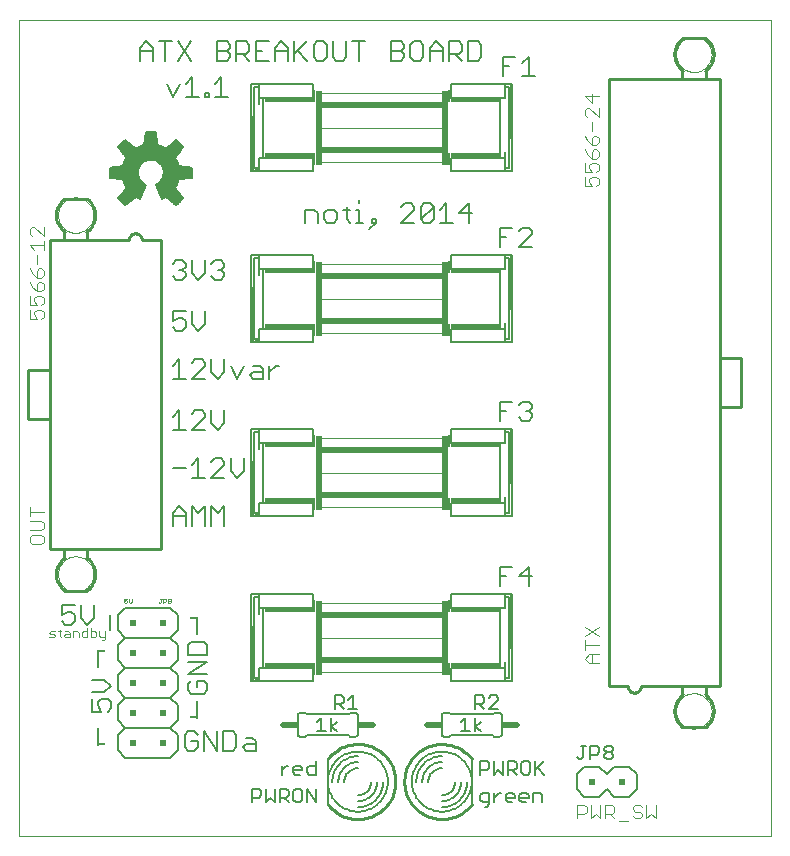
<source format=gto>
G75*
G70*
%OFA0B0*%
%FSLAX24Y24*%
%IPPOS*%
%LPD*%
%AMOC8*
5,1,8,0,0,1.08239X$1,22.5*
%
%ADD10C,0.0000*%
%ADD11C,0.0060*%
%ADD12R,0.0100X0.0600*%
%ADD13R,0.0300X0.0100*%
%ADD14C,0.0030*%
%ADD15C,0.0100*%
%ADD16C,0.0040*%
%ADD17C,0.0020*%
%ADD18R,0.4000X0.0200*%
%ADD19R,0.0200X0.2500*%
%ADD20R,0.0100X0.1800*%
%ADD21R,0.0150X0.0100*%
%ADD22R,0.0100X0.0400*%
%ADD23R,0.0100X0.2000*%
%ADD24R,0.1600X0.0150*%
%ADD25C,0.0070*%
%ADD26C,0.0080*%
%ADD27C,0.0050*%
%ADD28C,0.0200*%
%ADD29R,0.0150X0.0200*%
%ADD30R,0.0200X0.0200*%
%ADD31C,0.0059*%
%ADD32C,0.0010*%
D10*
X000100Y000100D02*
X000100Y027296D01*
X025170Y027296D01*
X025170Y000100D01*
X000100Y000100D01*
X001407Y008816D02*
X001409Y008864D01*
X001415Y008912D01*
X001425Y008959D01*
X001438Y009005D01*
X001456Y009050D01*
X001476Y009094D01*
X001501Y009136D01*
X001529Y009175D01*
X001559Y009212D01*
X001593Y009246D01*
X001630Y009278D01*
X001668Y009307D01*
X001709Y009332D01*
X001752Y009354D01*
X001797Y009372D01*
X001843Y009386D01*
X001890Y009397D01*
X001938Y009404D01*
X001986Y009407D01*
X002034Y009406D01*
X002082Y009401D01*
X002130Y009392D01*
X002176Y009380D01*
X002221Y009363D01*
X002265Y009343D01*
X002307Y009320D01*
X002347Y009293D01*
X002385Y009263D01*
X002420Y009230D01*
X002452Y009194D01*
X002482Y009156D01*
X002508Y009115D01*
X002530Y009072D01*
X002550Y009028D01*
X002565Y008983D01*
X002577Y008936D01*
X002585Y008888D01*
X002589Y008840D01*
X002589Y008792D01*
X002585Y008744D01*
X002577Y008696D01*
X002565Y008649D01*
X002550Y008604D01*
X002530Y008560D01*
X002508Y008517D01*
X002482Y008476D01*
X002452Y008438D01*
X002420Y008402D01*
X002385Y008369D01*
X002347Y008339D01*
X002307Y008312D01*
X002265Y008289D01*
X002221Y008269D01*
X002176Y008252D01*
X002130Y008240D01*
X002082Y008231D01*
X002034Y008226D01*
X001986Y008225D01*
X001938Y008228D01*
X001890Y008235D01*
X001843Y008246D01*
X001797Y008260D01*
X001752Y008278D01*
X001709Y008300D01*
X001668Y008325D01*
X001630Y008354D01*
X001593Y008386D01*
X001559Y008420D01*
X001529Y008457D01*
X001501Y008496D01*
X001476Y008538D01*
X001456Y008582D01*
X001438Y008627D01*
X001425Y008673D01*
X001415Y008720D01*
X001409Y008768D01*
X001407Y008816D01*
X001407Y020784D02*
X001409Y020832D01*
X001415Y020880D01*
X001425Y020927D01*
X001438Y020973D01*
X001456Y021018D01*
X001476Y021062D01*
X001501Y021104D01*
X001529Y021143D01*
X001559Y021180D01*
X001593Y021214D01*
X001630Y021246D01*
X001668Y021275D01*
X001709Y021300D01*
X001752Y021322D01*
X001797Y021340D01*
X001843Y021354D01*
X001890Y021365D01*
X001938Y021372D01*
X001986Y021375D01*
X002034Y021374D01*
X002082Y021369D01*
X002130Y021360D01*
X002176Y021348D01*
X002221Y021331D01*
X002265Y021311D01*
X002307Y021288D01*
X002347Y021261D01*
X002385Y021231D01*
X002420Y021198D01*
X002452Y021162D01*
X002482Y021124D01*
X002508Y021083D01*
X002530Y021040D01*
X002550Y020996D01*
X002565Y020951D01*
X002577Y020904D01*
X002585Y020856D01*
X002589Y020808D01*
X002589Y020760D01*
X002585Y020712D01*
X002577Y020664D01*
X002565Y020617D01*
X002550Y020572D01*
X002530Y020528D01*
X002508Y020485D01*
X002482Y020444D01*
X002452Y020406D01*
X002420Y020370D01*
X002385Y020337D01*
X002347Y020307D01*
X002307Y020280D01*
X002265Y020257D01*
X002221Y020237D01*
X002176Y020220D01*
X002130Y020208D01*
X002082Y020199D01*
X002034Y020194D01*
X001986Y020193D01*
X001938Y020196D01*
X001890Y020203D01*
X001843Y020214D01*
X001797Y020228D01*
X001752Y020246D01*
X001709Y020268D01*
X001668Y020293D01*
X001630Y020322D01*
X001593Y020354D01*
X001559Y020388D01*
X001529Y020425D01*
X001501Y020464D01*
X001476Y020506D01*
X001456Y020550D01*
X001438Y020595D01*
X001425Y020641D01*
X001415Y020688D01*
X001409Y020736D01*
X001407Y020784D01*
X022011Y026145D02*
X022013Y026193D01*
X022019Y026241D01*
X022029Y026288D01*
X022042Y026334D01*
X022060Y026379D01*
X022080Y026423D01*
X022105Y026465D01*
X022133Y026504D01*
X022163Y026541D01*
X022197Y026575D01*
X022234Y026607D01*
X022272Y026636D01*
X022313Y026661D01*
X022356Y026683D01*
X022401Y026701D01*
X022447Y026715D01*
X022494Y026726D01*
X022542Y026733D01*
X022590Y026736D01*
X022638Y026735D01*
X022686Y026730D01*
X022734Y026721D01*
X022780Y026709D01*
X022825Y026692D01*
X022869Y026672D01*
X022911Y026649D01*
X022951Y026622D01*
X022989Y026592D01*
X023024Y026559D01*
X023056Y026523D01*
X023086Y026485D01*
X023112Y026444D01*
X023134Y026401D01*
X023154Y026357D01*
X023169Y026312D01*
X023181Y026265D01*
X023189Y026217D01*
X023193Y026169D01*
X023193Y026121D01*
X023189Y026073D01*
X023181Y026025D01*
X023169Y025978D01*
X023154Y025933D01*
X023134Y025889D01*
X023112Y025846D01*
X023086Y025805D01*
X023056Y025767D01*
X023024Y025731D01*
X022989Y025698D01*
X022951Y025668D01*
X022911Y025641D01*
X022869Y025618D01*
X022825Y025598D01*
X022780Y025581D01*
X022734Y025569D01*
X022686Y025560D01*
X022638Y025555D01*
X022590Y025554D01*
X022542Y025557D01*
X022494Y025564D01*
X022447Y025575D01*
X022401Y025589D01*
X022356Y025607D01*
X022313Y025629D01*
X022272Y025654D01*
X022234Y025683D01*
X022197Y025715D01*
X022163Y025749D01*
X022133Y025786D01*
X022105Y025825D01*
X022080Y025867D01*
X022060Y025911D01*
X022042Y025956D01*
X022029Y026002D01*
X022019Y026049D01*
X022013Y026097D01*
X022011Y026145D01*
X022011Y004255D02*
X022013Y004303D01*
X022019Y004351D01*
X022029Y004398D01*
X022042Y004444D01*
X022060Y004489D01*
X022080Y004533D01*
X022105Y004575D01*
X022133Y004614D01*
X022163Y004651D01*
X022197Y004685D01*
X022234Y004717D01*
X022272Y004746D01*
X022313Y004771D01*
X022356Y004793D01*
X022401Y004811D01*
X022447Y004825D01*
X022494Y004836D01*
X022542Y004843D01*
X022590Y004846D01*
X022638Y004845D01*
X022686Y004840D01*
X022734Y004831D01*
X022780Y004819D01*
X022825Y004802D01*
X022869Y004782D01*
X022911Y004759D01*
X022951Y004732D01*
X022989Y004702D01*
X023024Y004669D01*
X023056Y004633D01*
X023086Y004595D01*
X023112Y004554D01*
X023134Y004511D01*
X023154Y004467D01*
X023169Y004422D01*
X023181Y004375D01*
X023189Y004327D01*
X023193Y004279D01*
X023193Y004231D01*
X023189Y004183D01*
X023181Y004135D01*
X023169Y004088D01*
X023154Y004043D01*
X023134Y003999D01*
X023112Y003956D01*
X023086Y003915D01*
X023056Y003877D01*
X023024Y003841D01*
X022989Y003808D01*
X022951Y003778D01*
X022911Y003751D01*
X022869Y003728D01*
X022825Y003708D01*
X022780Y003691D01*
X022734Y003679D01*
X022686Y003670D01*
X022638Y003665D01*
X022590Y003664D01*
X022542Y003667D01*
X022494Y003674D01*
X022447Y003685D01*
X022401Y003699D01*
X022356Y003717D01*
X022313Y003739D01*
X022272Y003764D01*
X022234Y003793D01*
X022197Y003825D01*
X022163Y003859D01*
X022133Y003896D01*
X022105Y003935D01*
X022080Y003977D01*
X022060Y004021D01*
X022042Y004066D01*
X022029Y004112D01*
X022019Y004159D01*
X022013Y004207D01*
X022011Y004255D01*
D11*
X016550Y005250D02*
X016550Y006350D01*
X016450Y006350D01*
X016450Y008050D01*
X016300Y008050D01*
X016300Y007700D01*
X016100Y007700D01*
X014500Y007700D01*
X014500Y008150D01*
X014600Y008150D01*
X016000Y008150D01*
X016300Y008150D01*
X016550Y008150D01*
X016550Y006350D01*
X016450Y006350D02*
X016450Y005350D01*
X016300Y005350D01*
X016300Y005700D01*
X016300Y005900D01*
X016300Y005700D02*
X016100Y005700D01*
X014500Y005700D01*
X014500Y005250D01*
X014600Y005250D01*
X016000Y005250D01*
X016300Y005250D01*
X016550Y005250D01*
X016300Y005250D02*
X016300Y005350D01*
X016100Y004200D02*
X015950Y004200D01*
X015900Y004150D01*
X014500Y004150D01*
X014450Y004200D01*
X014300Y004200D01*
X014283Y004198D01*
X014266Y004194D01*
X014250Y004187D01*
X014236Y004177D01*
X014223Y004164D01*
X014213Y004150D01*
X014206Y004134D01*
X014202Y004117D01*
X014200Y004100D01*
X014200Y003500D01*
X014202Y003483D01*
X014206Y003466D01*
X014213Y003450D01*
X014223Y003436D01*
X014236Y003423D01*
X014250Y003413D01*
X014266Y003406D01*
X014283Y003402D01*
X014300Y003400D01*
X014450Y003400D01*
X014500Y003450D01*
X015900Y003450D01*
X015950Y003400D01*
X016100Y003400D01*
X016117Y003402D01*
X016134Y003406D01*
X016150Y003413D01*
X016164Y003423D01*
X016177Y003436D01*
X016187Y003450D01*
X016194Y003466D01*
X016198Y003483D01*
X016200Y003500D01*
X016200Y004100D01*
X016198Y004117D01*
X016194Y004134D01*
X016187Y004150D01*
X016177Y004164D01*
X016164Y004177D01*
X016150Y004187D01*
X016134Y004194D01*
X016117Y004198D01*
X016100Y004200D01*
X013200Y001900D02*
X013202Y001963D01*
X013208Y002025D01*
X013218Y002087D01*
X013231Y002149D01*
X013249Y002209D01*
X013270Y002268D01*
X013295Y002326D01*
X013324Y002382D01*
X013356Y002436D01*
X013391Y002488D01*
X013429Y002537D01*
X013471Y002585D01*
X013515Y002629D01*
X013563Y002671D01*
X013612Y002709D01*
X013664Y002744D01*
X013718Y002776D01*
X013774Y002805D01*
X013832Y002830D01*
X013891Y002851D01*
X013951Y002869D01*
X014013Y002882D01*
X014075Y002892D01*
X014137Y002898D01*
X014200Y002900D01*
X014263Y002898D01*
X014325Y002892D01*
X014387Y002882D01*
X014449Y002869D01*
X014509Y002851D01*
X014568Y002830D01*
X014626Y002805D01*
X014682Y002776D01*
X014736Y002744D01*
X014788Y002709D01*
X014837Y002671D01*
X014885Y002629D01*
X014929Y002585D01*
X014971Y002537D01*
X015009Y002488D01*
X015044Y002436D01*
X015076Y002382D01*
X015105Y002326D01*
X015130Y002268D01*
X015151Y002209D01*
X015169Y002149D01*
X015182Y002087D01*
X015192Y002025D01*
X015198Y001963D01*
X015200Y001900D01*
X015198Y001837D01*
X015192Y001775D01*
X015182Y001713D01*
X015169Y001651D01*
X015151Y001591D01*
X015130Y001532D01*
X015105Y001474D01*
X015076Y001418D01*
X015044Y001364D01*
X015009Y001312D01*
X014971Y001263D01*
X014929Y001215D01*
X014885Y001171D01*
X014837Y001129D01*
X014788Y001091D01*
X014736Y001056D01*
X014682Y001024D01*
X014626Y000995D01*
X014568Y000970D01*
X014509Y000949D01*
X014449Y000931D01*
X014387Y000918D01*
X014325Y000908D01*
X014263Y000902D01*
X014200Y000900D01*
X014137Y000902D01*
X014075Y000908D01*
X014013Y000918D01*
X013951Y000931D01*
X013891Y000949D01*
X013832Y000970D01*
X013774Y000995D01*
X013718Y001024D01*
X013664Y001056D01*
X013612Y001091D01*
X013563Y001129D01*
X013515Y001171D01*
X013471Y001215D01*
X013429Y001263D01*
X013391Y001312D01*
X013356Y001364D01*
X013324Y001418D01*
X013295Y001474D01*
X013270Y001532D01*
X013249Y001591D01*
X013231Y001651D01*
X013218Y001713D01*
X013208Y001775D01*
X013202Y001837D01*
X013200Y001900D01*
X014200Y001050D02*
X014256Y001052D01*
X014311Y001057D01*
X014366Y001066D01*
X014420Y001079D01*
X014473Y001095D01*
X014525Y001115D01*
X014576Y001138D01*
X014625Y001164D01*
X014672Y001193D01*
X014717Y001226D01*
X014760Y001261D01*
X014801Y001299D01*
X014839Y001340D01*
X014874Y001383D01*
X014907Y001428D01*
X014936Y001475D01*
X014962Y001524D01*
X014985Y001575D01*
X015005Y001627D01*
X015021Y001680D01*
X015034Y001734D01*
X015043Y001789D01*
X015048Y001844D01*
X015050Y001900D01*
X014200Y002750D02*
X014144Y002748D01*
X014089Y002743D01*
X014034Y002734D01*
X013980Y002721D01*
X013927Y002705D01*
X013875Y002685D01*
X013824Y002662D01*
X013775Y002636D01*
X013728Y002607D01*
X013683Y002574D01*
X013640Y002539D01*
X013599Y002501D01*
X013561Y002460D01*
X013526Y002417D01*
X013493Y002372D01*
X013464Y002325D01*
X013438Y002276D01*
X013415Y002225D01*
X013395Y002173D01*
X013379Y002120D01*
X013366Y002066D01*
X013357Y002011D01*
X013352Y001956D01*
X013350Y001900D01*
X014200Y001250D02*
X014249Y001252D01*
X014297Y001257D01*
X014345Y001266D01*
X014392Y001279D01*
X014437Y001295D01*
X014482Y001314D01*
X014525Y001337D01*
X014566Y001363D01*
X014605Y001392D01*
X014642Y001424D01*
X014676Y001458D01*
X014708Y001495D01*
X014737Y001534D01*
X014763Y001575D01*
X014786Y001618D01*
X014805Y001663D01*
X014821Y001708D01*
X014834Y001755D01*
X014843Y001803D01*
X014848Y001851D01*
X014850Y001900D01*
X014200Y002550D02*
X014151Y002548D01*
X014103Y002543D01*
X014055Y002534D01*
X014008Y002521D01*
X013963Y002505D01*
X013918Y002486D01*
X013875Y002463D01*
X013834Y002437D01*
X013795Y002408D01*
X013758Y002376D01*
X013724Y002342D01*
X013692Y002305D01*
X013663Y002266D01*
X013637Y002225D01*
X013614Y002182D01*
X013595Y002137D01*
X013579Y002092D01*
X013566Y002045D01*
X013557Y001997D01*
X013552Y001949D01*
X013550Y001900D01*
X014200Y001450D02*
X014242Y001452D01*
X014283Y001458D01*
X014323Y001467D01*
X014363Y001480D01*
X014401Y001497D01*
X014437Y001517D01*
X014471Y001541D01*
X014503Y001567D01*
X014533Y001597D01*
X014559Y001629D01*
X014583Y001663D01*
X014603Y001699D01*
X014620Y001737D01*
X014633Y001777D01*
X014642Y001817D01*
X014648Y001858D01*
X014650Y001900D01*
X014200Y002350D02*
X014158Y002348D01*
X014117Y002342D01*
X014077Y002333D01*
X014037Y002320D01*
X013999Y002303D01*
X013963Y002283D01*
X013929Y002259D01*
X013897Y002233D01*
X013867Y002203D01*
X013841Y002171D01*
X013817Y002137D01*
X013797Y002101D01*
X013780Y002063D01*
X013767Y002023D01*
X013758Y001983D01*
X013752Y001942D01*
X013750Y001900D01*
X010400Y001900D02*
X010402Y001963D01*
X010408Y002025D01*
X010418Y002087D01*
X010431Y002149D01*
X010449Y002209D01*
X010470Y002268D01*
X010495Y002326D01*
X010524Y002382D01*
X010556Y002436D01*
X010591Y002488D01*
X010629Y002537D01*
X010671Y002585D01*
X010715Y002629D01*
X010763Y002671D01*
X010812Y002709D01*
X010864Y002744D01*
X010918Y002776D01*
X010974Y002805D01*
X011032Y002830D01*
X011091Y002851D01*
X011151Y002869D01*
X011213Y002882D01*
X011275Y002892D01*
X011337Y002898D01*
X011400Y002900D01*
X011463Y002898D01*
X011525Y002892D01*
X011587Y002882D01*
X011649Y002869D01*
X011709Y002851D01*
X011768Y002830D01*
X011826Y002805D01*
X011882Y002776D01*
X011936Y002744D01*
X011988Y002709D01*
X012037Y002671D01*
X012085Y002629D01*
X012129Y002585D01*
X012171Y002537D01*
X012209Y002488D01*
X012244Y002436D01*
X012276Y002382D01*
X012305Y002326D01*
X012330Y002268D01*
X012351Y002209D01*
X012369Y002149D01*
X012382Y002087D01*
X012392Y002025D01*
X012398Y001963D01*
X012400Y001900D01*
X012398Y001837D01*
X012392Y001775D01*
X012382Y001713D01*
X012369Y001651D01*
X012351Y001591D01*
X012330Y001532D01*
X012305Y001474D01*
X012276Y001418D01*
X012244Y001364D01*
X012209Y001312D01*
X012171Y001263D01*
X012129Y001215D01*
X012085Y001171D01*
X012037Y001129D01*
X011988Y001091D01*
X011936Y001056D01*
X011882Y001024D01*
X011826Y000995D01*
X011768Y000970D01*
X011709Y000949D01*
X011649Y000931D01*
X011587Y000918D01*
X011525Y000908D01*
X011463Y000902D01*
X011400Y000900D01*
X011337Y000902D01*
X011275Y000908D01*
X011213Y000918D01*
X011151Y000931D01*
X011091Y000949D01*
X011032Y000970D01*
X010974Y000995D01*
X010918Y001024D01*
X010864Y001056D01*
X010812Y001091D01*
X010763Y001129D01*
X010715Y001171D01*
X010671Y001215D01*
X010629Y001263D01*
X010591Y001312D01*
X010556Y001364D01*
X010524Y001418D01*
X010495Y001474D01*
X010470Y001532D01*
X010449Y001591D01*
X010431Y001651D01*
X010418Y001713D01*
X010408Y001775D01*
X010402Y001837D01*
X010400Y001900D01*
X010550Y001900D02*
X010552Y001956D01*
X010557Y002011D01*
X010566Y002066D01*
X010579Y002120D01*
X010595Y002173D01*
X010615Y002225D01*
X010638Y002276D01*
X010664Y002325D01*
X010693Y002372D01*
X010726Y002417D01*
X010761Y002460D01*
X010799Y002501D01*
X010840Y002539D01*
X010883Y002574D01*
X010928Y002607D01*
X010975Y002636D01*
X011024Y002662D01*
X011075Y002685D01*
X011127Y002705D01*
X011180Y002721D01*
X011234Y002734D01*
X011289Y002743D01*
X011344Y002748D01*
X011400Y002750D01*
X011300Y003400D02*
X011150Y003400D01*
X011100Y003450D01*
X009700Y003450D01*
X009650Y003400D01*
X009500Y003400D01*
X009483Y003402D01*
X009466Y003406D01*
X009450Y003413D01*
X009436Y003423D01*
X009423Y003436D01*
X009413Y003450D01*
X009406Y003466D01*
X009402Y003483D01*
X009400Y003500D01*
X009400Y004100D01*
X009402Y004117D01*
X009406Y004134D01*
X009413Y004150D01*
X009423Y004164D01*
X009436Y004177D01*
X009450Y004187D01*
X009466Y004194D01*
X009483Y004198D01*
X009500Y004200D01*
X009650Y004200D01*
X009700Y004150D01*
X011100Y004150D01*
X011150Y004200D01*
X011300Y004200D01*
X011317Y004198D01*
X011334Y004194D01*
X011350Y004187D01*
X011364Y004177D01*
X011377Y004164D01*
X011387Y004150D01*
X011394Y004134D01*
X011398Y004117D01*
X011400Y004100D01*
X011400Y003500D01*
X011398Y003483D01*
X011394Y003466D01*
X011387Y003450D01*
X011377Y003436D01*
X011364Y003423D01*
X011350Y003413D01*
X011334Y003406D01*
X011317Y003402D01*
X011300Y003400D01*
X012250Y001900D02*
X012248Y001844D01*
X012243Y001789D01*
X012234Y001734D01*
X012221Y001680D01*
X012205Y001627D01*
X012185Y001575D01*
X012162Y001524D01*
X012136Y001475D01*
X012107Y001428D01*
X012074Y001383D01*
X012039Y001340D01*
X012001Y001299D01*
X011960Y001261D01*
X011917Y001226D01*
X011872Y001193D01*
X011825Y001164D01*
X011776Y001138D01*
X011725Y001115D01*
X011673Y001095D01*
X011620Y001079D01*
X011566Y001066D01*
X011511Y001057D01*
X011456Y001052D01*
X011400Y001050D01*
X010750Y001900D02*
X010752Y001949D01*
X010757Y001997D01*
X010766Y002045D01*
X010779Y002092D01*
X010795Y002137D01*
X010814Y002182D01*
X010837Y002225D01*
X010863Y002266D01*
X010892Y002305D01*
X010924Y002342D01*
X010958Y002376D01*
X010995Y002408D01*
X011034Y002437D01*
X011075Y002463D01*
X011118Y002486D01*
X011163Y002505D01*
X011208Y002521D01*
X011255Y002534D01*
X011303Y002543D01*
X011351Y002548D01*
X011400Y002550D01*
X012050Y001900D02*
X012048Y001851D01*
X012043Y001803D01*
X012034Y001755D01*
X012021Y001708D01*
X012005Y001663D01*
X011986Y001618D01*
X011963Y001575D01*
X011937Y001534D01*
X011908Y001495D01*
X011876Y001458D01*
X011842Y001424D01*
X011805Y001392D01*
X011766Y001363D01*
X011725Y001337D01*
X011682Y001314D01*
X011637Y001295D01*
X011592Y001279D01*
X011545Y001266D01*
X011497Y001257D01*
X011449Y001252D01*
X011400Y001250D01*
X010950Y001900D02*
X010952Y001942D01*
X010958Y001983D01*
X010967Y002023D01*
X010980Y002063D01*
X010997Y002101D01*
X011017Y002137D01*
X011041Y002171D01*
X011067Y002203D01*
X011097Y002233D01*
X011129Y002259D01*
X011163Y002283D01*
X011199Y002303D01*
X011237Y002320D01*
X011277Y002333D01*
X011317Y002342D01*
X011358Y002348D01*
X011400Y002350D01*
X011850Y001900D02*
X011848Y001858D01*
X011842Y001817D01*
X011833Y001777D01*
X011820Y001737D01*
X011803Y001699D01*
X011783Y001663D01*
X011759Y001629D01*
X011733Y001597D01*
X011703Y001567D01*
X011671Y001541D01*
X011637Y001517D01*
X011601Y001497D01*
X011563Y001480D01*
X011523Y001467D01*
X011483Y001458D01*
X011442Y001452D01*
X011400Y001450D01*
X007991Y002930D02*
X007670Y002930D01*
X007564Y003037D01*
X007670Y003144D01*
X007991Y003144D01*
X007991Y003250D02*
X007991Y002930D01*
X007991Y003250D02*
X007884Y003357D01*
X007670Y003357D01*
X007346Y003464D02*
X007346Y003037D01*
X007239Y002930D01*
X006919Y002930D01*
X006919Y003571D01*
X007239Y003571D01*
X007346Y003464D01*
X006702Y003571D02*
X006702Y002930D01*
X006275Y003571D01*
X006275Y002930D01*
X006057Y003037D02*
X006057Y003250D01*
X005844Y003250D01*
X006057Y003037D02*
X005950Y002930D01*
X005737Y002930D01*
X005630Y003037D01*
X005630Y003464D01*
X005737Y003571D01*
X005950Y003571D01*
X006057Y003464D01*
X005400Y003450D02*
X005400Y002950D01*
X005150Y002700D01*
X003650Y002700D01*
X003400Y002950D01*
X003400Y003450D01*
X003650Y003700D01*
X005150Y003700D01*
X005400Y003450D01*
X005150Y003700D02*
X005400Y003950D01*
X005400Y004450D01*
X005150Y004700D01*
X003650Y004700D01*
X003400Y004450D01*
X003400Y003950D01*
X003650Y003700D01*
X003063Y004230D02*
X003170Y004337D01*
X003170Y004550D01*
X003063Y004657D01*
X002850Y004657D01*
X002743Y004550D01*
X002743Y004444D01*
X002850Y004230D01*
X002529Y004230D01*
X002529Y004657D01*
X002529Y004875D02*
X002956Y004875D01*
X003170Y005088D01*
X002956Y005302D01*
X002529Y005302D01*
X003400Y005450D02*
X003400Y004950D01*
X003650Y004700D01*
X003400Y005450D02*
X003650Y005700D01*
X005150Y005700D01*
X005400Y005450D01*
X005400Y004950D01*
X005150Y004700D01*
X005729Y004937D02*
X005836Y004830D01*
X006263Y004830D01*
X006370Y004937D01*
X006370Y005150D01*
X006263Y005257D01*
X006050Y005257D01*
X006050Y005044D01*
X005836Y005257D02*
X005729Y005150D01*
X005729Y004937D01*
X005729Y005475D02*
X006370Y005902D01*
X005729Y005902D01*
X005729Y006119D02*
X005729Y006439D01*
X005836Y006546D01*
X006263Y006546D01*
X006370Y006439D01*
X006370Y006119D01*
X005729Y006119D01*
X005400Y005950D02*
X005150Y005700D01*
X005400Y005950D02*
X005400Y006450D01*
X005150Y006700D01*
X003650Y006700D01*
X003400Y006450D01*
X003400Y005950D01*
X003650Y005700D01*
X003650Y006700D02*
X003400Y006950D01*
X003400Y007450D01*
X003650Y007700D01*
X005150Y007700D01*
X005400Y007450D01*
X005400Y006950D01*
X005150Y006700D01*
X005729Y005475D02*
X006370Y005475D01*
X007850Y005250D02*
X007850Y007050D01*
X007850Y008150D01*
X008100Y008150D01*
X008400Y008150D01*
X009800Y008150D01*
X009900Y008150D01*
X009900Y007700D01*
X008300Y007700D01*
X008100Y007700D01*
X008100Y007500D01*
X008100Y007700D02*
X008100Y008050D01*
X007950Y008050D01*
X007950Y007050D01*
X007950Y005350D01*
X008100Y005350D01*
X008100Y005700D01*
X008300Y005700D01*
X009900Y005700D01*
X009900Y005250D01*
X009800Y005250D01*
X008400Y005250D01*
X008100Y005250D01*
X007850Y005250D01*
X008100Y005250D02*
X008100Y005350D01*
X007950Y007050D02*
X007850Y007050D01*
X008100Y008050D02*
X008100Y008150D01*
X006946Y010430D02*
X006946Y011071D01*
X006733Y010857D01*
X006519Y011071D01*
X006519Y010430D01*
X006302Y010430D02*
X006302Y011071D01*
X006088Y010857D01*
X005875Y011071D01*
X005875Y010430D01*
X005657Y010430D02*
X005657Y010857D01*
X005444Y011071D01*
X005230Y010857D01*
X005230Y010430D01*
X005230Y010750D02*
X005657Y010750D01*
X005875Y012030D02*
X006302Y012030D01*
X006088Y012030D02*
X006088Y012671D01*
X005875Y012457D01*
X005657Y012350D02*
X005230Y012350D01*
X005230Y013630D02*
X005657Y013630D01*
X005444Y013630D02*
X005444Y014271D01*
X005230Y014057D01*
X005875Y014164D02*
X005981Y014271D01*
X006195Y014271D01*
X006302Y014164D01*
X006302Y014057D01*
X005875Y013630D01*
X006302Y013630D01*
X006519Y013844D02*
X006733Y013630D01*
X006946Y013844D01*
X006946Y014271D01*
X006519Y014271D02*
X006519Y013844D01*
X006626Y012671D02*
X006519Y012564D01*
X006626Y012671D02*
X006839Y012671D01*
X006946Y012564D01*
X006946Y012457D01*
X006519Y012030D01*
X006946Y012030D01*
X007164Y012244D02*
X007377Y012030D01*
X007591Y012244D01*
X007591Y012671D01*
X007850Y012550D02*
X007850Y013650D01*
X008100Y013650D01*
X008400Y013650D01*
X009800Y013650D01*
X009900Y013650D01*
X009900Y013200D01*
X008300Y013200D01*
X008100Y013200D01*
X008100Y013000D01*
X008100Y013200D02*
X008100Y013550D01*
X007950Y013550D01*
X007950Y012550D01*
X007950Y010850D01*
X008100Y010850D01*
X008100Y011200D01*
X008300Y011200D01*
X009900Y011200D01*
X009900Y010750D01*
X009800Y010750D01*
X008400Y010750D01*
X008100Y010750D01*
X007850Y010750D01*
X007850Y012550D01*
X007950Y012550D01*
X007164Y012671D02*
X007164Y012244D01*
X008100Y013550D02*
X008100Y013650D01*
X008235Y015330D02*
X007915Y015330D01*
X007808Y015437D01*
X007915Y015544D01*
X008235Y015544D01*
X008235Y015650D02*
X008235Y015330D01*
X008453Y015330D02*
X008453Y015757D01*
X008453Y015544D02*
X008666Y015757D01*
X008773Y015757D01*
X008235Y015650D02*
X008128Y015757D01*
X007915Y015757D01*
X007591Y015757D02*
X007377Y015330D01*
X007164Y015757D01*
X006946Y015544D02*
X006946Y015971D01*
X006519Y015971D02*
X006519Y015544D01*
X006733Y015330D01*
X006946Y015544D01*
X006302Y015757D02*
X006302Y015864D01*
X006195Y015971D01*
X005981Y015971D01*
X005875Y015864D01*
X006302Y015757D02*
X005875Y015330D01*
X006302Y015330D01*
X005657Y015330D02*
X005230Y015330D01*
X005444Y015330D02*
X005444Y015971D01*
X005230Y015757D01*
X005337Y016930D02*
X005230Y017037D01*
X005337Y016930D02*
X005550Y016930D01*
X005657Y017037D01*
X005657Y017250D01*
X005550Y017357D01*
X005444Y017357D01*
X005230Y017250D01*
X005230Y017571D01*
X005657Y017571D01*
X005875Y017571D02*
X005875Y017144D01*
X006088Y016930D01*
X006302Y017144D01*
X006302Y017571D01*
X006088Y018630D02*
X005875Y018844D01*
X005875Y019271D01*
X005657Y019164D02*
X005657Y019057D01*
X005550Y018950D01*
X005657Y018844D01*
X005657Y018737D01*
X005550Y018630D01*
X005337Y018630D01*
X005230Y018737D01*
X005444Y018950D02*
X005550Y018950D01*
X005657Y019164D02*
X005550Y019271D01*
X005337Y019271D01*
X005230Y019164D01*
X006088Y018630D02*
X006302Y018844D01*
X006302Y019271D01*
X006519Y019164D02*
X006626Y019271D01*
X006839Y019271D01*
X006946Y019164D01*
X006946Y019057D01*
X006839Y018950D01*
X006946Y018844D01*
X006946Y018737D01*
X006839Y018630D01*
X006626Y018630D01*
X006519Y018737D01*
X006733Y018950D02*
X006839Y018950D01*
X007850Y019450D02*
X007850Y018350D01*
X007950Y018350D01*
X007950Y019350D01*
X008100Y019350D01*
X008100Y019000D01*
X008300Y019000D01*
X009900Y019000D01*
X009900Y019450D01*
X009800Y019450D01*
X008400Y019450D01*
X008100Y019450D01*
X007850Y019450D01*
X008100Y019450D02*
X008100Y019350D01*
X008100Y019000D02*
X008100Y018800D01*
X007950Y018350D02*
X007950Y016650D01*
X008100Y016650D01*
X008100Y017000D01*
X008300Y017000D01*
X009900Y017000D01*
X009900Y016550D01*
X009800Y016550D01*
X008400Y016550D01*
X008100Y016550D01*
X007850Y016550D01*
X007850Y018350D01*
X008100Y016650D02*
X008100Y016550D01*
X009630Y020530D02*
X009630Y020957D01*
X009950Y020957D01*
X010057Y020850D01*
X010057Y020530D01*
X010275Y020637D02*
X010381Y020530D01*
X010595Y020530D01*
X010702Y020637D01*
X010702Y020850D01*
X010595Y020957D01*
X010381Y020957D01*
X010275Y020850D01*
X010275Y020637D01*
X010919Y020957D02*
X011133Y020957D01*
X011026Y021064D02*
X011026Y020637D01*
X011133Y020530D01*
X011349Y020530D02*
X011562Y020530D01*
X011456Y020530D02*
X011456Y020957D01*
X011349Y020957D01*
X011456Y021171D02*
X011456Y021277D01*
X011885Y020637D02*
X011885Y020530D01*
X011992Y020530D01*
X011992Y020637D01*
X011885Y020637D01*
X011992Y020530D02*
X011778Y020316D01*
X012853Y020530D02*
X013280Y020957D01*
X013280Y021064D01*
X013173Y021171D01*
X012960Y021171D01*
X012853Y021064D01*
X012853Y020530D02*
X013280Y020530D01*
X013497Y020637D02*
X013924Y021064D01*
X013924Y020637D01*
X013818Y020530D01*
X013604Y020530D01*
X013497Y020637D01*
X013497Y021064D01*
X013604Y021171D01*
X013818Y021171D01*
X013924Y021064D01*
X014142Y020957D02*
X014355Y021171D01*
X014355Y020530D01*
X014142Y020530D02*
X014569Y020530D01*
X014786Y020850D02*
X015213Y020850D01*
X015107Y020530D02*
X015107Y021171D01*
X014786Y020850D01*
X014600Y022250D02*
X014500Y022250D01*
X014500Y022700D01*
X016100Y022700D01*
X016300Y022700D01*
X016300Y022900D01*
X016300Y022700D02*
X016300Y022350D01*
X016450Y022350D01*
X016450Y023350D01*
X016450Y025050D01*
X016300Y025050D01*
X016300Y024700D01*
X016100Y024700D01*
X014500Y024700D01*
X014500Y025150D01*
X014600Y025150D01*
X016000Y025150D01*
X016300Y025150D01*
X016550Y025150D01*
X016550Y023350D01*
X016550Y022250D01*
X016300Y022250D01*
X016000Y022250D01*
X014600Y022250D01*
X016300Y022250D02*
X016300Y022350D01*
X016450Y023350D02*
X016550Y023350D01*
X016300Y025050D02*
X016300Y025150D01*
X015514Y026037D02*
X015514Y026464D01*
X015408Y026571D01*
X015087Y026571D01*
X015087Y025930D01*
X015408Y025930D01*
X015514Y026037D01*
X014870Y025930D02*
X014656Y026144D01*
X014763Y026144D02*
X014443Y026144D01*
X014443Y025930D02*
X014443Y026571D01*
X014763Y026571D01*
X014870Y026464D01*
X014870Y026250D01*
X014763Y026144D01*
X014225Y026250D02*
X013798Y026250D01*
X013798Y026357D02*
X013798Y025930D01*
X013581Y026037D02*
X013581Y026464D01*
X013474Y026571D01*
X013260Y026571D01*
X013154Y026464D01*
X013154Y026037D01*
X013260Y025930D01*
X013474Y025930D01*
X013581Y026037D01*
X013798Y026357D02*
X014012Y026571D01*
X014225Y026357D01*
X014225Y025930D01*
X012936Y026037D02*
X012829Y025930D01*
X012509Y025930D01*
X012509Y026571D01*
X012829Y026571D01*
X012936Y026464D01*
X012936Y026357D01*
X012829Y026250D01*
X012509Y026250D01*
X012829Y026250D02*
X012936Y026144D01*
X012936Y026037D01*
X011647Y026571D02*
X011220Y026571D01*
X011434Y026571D02*
X011434Y025930D01*
X011003Y026037D02*
X011003Y026571D01*
X011003Y026037D02*
X010896Y025930D01*
X010682Y025930D01*
X010575Y026037D01*
X010575Y026571D01*
X010358Y026464D02*
X010358Y026037D01*
X010251Y025930D01*
X010038Y025930D01*
X009931Y026037D01*
X009931Y026464D01*
X010038Y026571D01*
X010251Y026571D01*
X010358Y026464D01*
X009713Y026571D02*
X009286Y026144D01*
X009393Y026250D02*
X009713Y025930D01*
X009286Y025930D02*
X009286Y026571D01*
X009069Y026357D02*
X009069Y025930D01*
X009069Y026250D02*
X008642Y026250D01*
X008642Y026357D02*
X008642Y025930D01*
X008424Y025930D02*
X007997Y025930D01*
X007997Y026571D01*
X008424Y026571D01*
X008642Y026357D02*
X008855Y026571D01*
X009069Y026357D01*
X008211Y026250D02*
X007997Y026250D01*
X007780Y026250D02*
X007780Y026464D01*
X007673Y026571D01*
X007353Y026571D01*
X007353Y025930D01*
X007353Y026144D02*
X007673Y026144D01*
X007780Y026250D01*
X007566Y026144D02*
X007780Y025930D01*
X007135Y026037D02*
X007028Y025930D01*
X006708Y025930D01*
X006708Y026571D01*
X007028Y026571D01*
X007135Y026464D01*
X007135Y026357D01*
X007028Y026250D01*
X006708Y026250D01*
X007028Y026250D02*
X007135Y026144D01*
X007135Y026037D01*
X006855Y025371D02*
X006855Y024730D01*
X007068Y024730D02*
X006641Y024730D01*
X006426Y024730D02*
X006319Y024730D01*
X006319Y024837D01*
X006426Y024837D01*
X006426Y024730D01*
X006102Y024730D02*
X005675Y024730D01*
X005888Y024730D02*
X005888Y025371D01*
X005675Y025157D01*
X005457Y025157D02*
X005244Y024730D01*
X005030Y025157D01*
X004988Y025930D02*
X004988Y026571D01*
X004775Y026571D02*
X005202Y026571D01*
X005419Y026571D02*
X005846Y025930D01*
X005419Y025930D02*
X005846Y026571D01*
X006855Y025371D02*
X006641Y025157D01*
X007850Y025150D02*
X007850Y024050D01*
X007950Y024050D01*
X007950Y025050D01*
X008100Y025050D01*
X008100Y024700D01*
X008300Y024700D01*
X009900Y024700D01*
X009900Y025150D01*
X009800Y025150D01*
X008400Y025150D01*
X008100Y025150D01*
X007850Y025150D01*
X008100Y025150D02*
X008100Y025050D01*
X008100Y024700D02*
X008100Y024500D01*
X007950Y024050D02*
X007950Y022350D01*
X008100Y022350D01*
X008100Y022700D01*
X008300Y022700D01*
X009900Y022700D01*
X009900Y022250D01*
X009800Y022250D01*
X008400Y022250D01*
X008100Y022250D01*
X007850Y022250D01*
X007850Y024050D01*
X008100Y022350D02*
X008100Y022250D01*
X004557Y025930D02*
X004557Y026357D01*
X004344Y026571D01*
X004130Y026357D01*
X004130Y025930D01*
X004130Y026250D02*
X004557Y026250D01*
X014500Y019450D02*
X014500Y019000D01*
X016100Y019000D01*
X016300Y019000D01*
X016300Y019350D01*
X016450Y019350D01*
X016450Y017650D01*
X016550Y017650D01*
X016550Y016550D01*
X016300Y016550D01*
X016000Y016550D01*
X014600Y016550D01*
X014500Y016550D01*
X014500Y017000D01*
X016100Y017000D01*
X016300Y017000D01*
X016300Y017200D01*
X016300Y017000D02*
X016300Y016650D01*
X016450Y016650D01*
X016450Y017650D01*
X016550Y017650D02*
X016550Y019450D01*
X016300Y019450D01*
X016000Y019450D01*
X014600Y019450D01*
X014500Y019450D01*
X016300Y019450D02*
X016300Y019350D01*
X016300Y016650D02*
X016300Y016550D01*
X016300Y013650D02*
X016000Y013650D01*
X014600Y013650D01*
X014500Y013650D01*
X014500Y013200D01*
X016100Y013200D01*
X016300Y013200D01*
X016300Y013550D01*
X016450Y013550D01*
X016450Y011850D01*
X016550Y011850D01*
X016550Y010750D01*
X016300Y010750D01*
X016000Y010750D01*
X014600Y010750D01*
X014500Y010750D01*
X014500Y011200D01*
X016100Y011200D01*
X016300Y011200D01*
X016300Y011400D01*
X016300Y011200D02*
X016300Y010850D01*
X016450Y010850D01*
X016450Y011850D01*
X016550Y011850D02*
X016550Y013650D01*
X016300Y013650D01*
X016300Y013550D01*
X016300Y010850D02*
X016300Y010750D01*
X016300Y008150D02*
X016300Y008050D01*
X008100Y010750D02*
X008100Y010850D01*
X002602Y007771D02*
X002602Y007344D01*
X002388Y007130D01*
X002175Y007344D01*
X002175Y007771D01*
X001957Y007771D02*
X001530Y007771D01*
X001530Y007450D01*
X001744Y007557D01*
X001850Y007557D01*
X001957Y007450D01*
X001957Y007237D01*
X001850Y007130D01*
X001637Y007130D01*
X001530Y007237D01*
D12*
X002750Y006000D03*
X002750Y003400D03*
X006050Y004300D03*
X006050Y007100D03*
D13*
X005950Y007350D03*
X002850Y006250D03*
X002850Y003150D03*
X005950Y004050D03*
D14*
X002978Y006667D02*
X002930Y006618D01*
X002881Y006618D01*
X002833Y006715D02*
X002978Y006715D01*
X002978Y006667D02*
X002978Y006908D01*
X002785Y006908D02*
X002785Y006763D01*
X002833Y006715D01*
X002684Y006763D02*
X002684Y006860D01*
X002635Y006908D01*
X002490Y006908D01*
X002490Y007005D02*
X002490Y006715D01*
X002635Y006715D01*
X002684Y006763D01*
X002389Y006715D02*
X002389Y007005D01*
X002389Y006908D02*
X002244Y006908D01*
X002195Y006860D01*
X002195Y006763D01*
X002244Y006715D01*
X002389Y006715D01*
X002094Y006715D02*
X002094Y006860D01*
X002046Y006908D01*
X001901Y006908D01*
X001901Y006715D01*
X001800Y006715D02*
X001654Y006715D01*
X001606Y006763D01*
X001654Y006812D01*
X001800Y006812D01*
X001800Y006860D02*
X001800Y006715D01*
X001800Y006860D02*
X001751Y006908D01*
X001654Y006908D01*
X001506Y006908D02*
X001410Y006908D01*
X001458Y006957D02*
X001458Y006763D01*
X001506Y006715D01*
X001308Y006763D02*
X001260Y006812D01*
X001163Y006812D01*
X001115Y006860D01*
X001163Y006908D01*
X001308Y006908D01*
X001308Y006763D02*
X001260Y006715D01*
X001115Y006715D01*
D15*
X001640Y008265D02*
X002349Y008265D01*
X001640Y008265D02*
X001599Y008294D01*
X001560Y008326D01*
X001523Y008361D01*
X001490Y008398D01*
X001459Y008438D01*
X001432Y008480D01*
X001407Y008524D01*
X001387Y008570D01*
X001370Y008618D01*
X001356Y008666D01*
X001347Y008716D01*
X001341Y008766D01*
X001339Y008816D01*
X001341Y008866D01*
X001347Y008916D01*
X001356Y008966D01*
X001370Y009014D01*
X001387Y009062D01*
X001407Y009108D01*
X001432Y009152D01*
X001459Y009194D01*
X001490Y009234D01*
X001523Y009271D01*
X001560Y009306D01*
X001599Y009338D01*
X001640Y009367D01*
X001601Y009328D02*
X001601Y009603D01*
X001128Y009643D02*
X004829Y009643D01*
X004829Y019957D01*
X004199Y019957D01*
X004200Y019957D02*
X004198Y019985D01*
X004193Y020013D01*
X004183Y020040D01*
X004171Y020066D01*
X004155Y020089D01*
X004136Y020110D01*
X004115Y020129D01*
X004092Y020145D01*
X004066Y020157D01*
X004039Y020167D01*
X004011Y020172D01*
X003983Y020174D01*
X003955Y020172D01*
X003927Y020167D01*
X003900Y020157D01*
X003875Y020145D01*
X003851Y020129D01*
X003830Y020110D01*
X003811Y020089D01*
X003795Y020066D01*
X003783Y020040D01*
X003773Y020013D01*
X003768Y019985D01*
X003766Y019957D01*
X001128Y019957D01*
X001128Y009643D01*
X002348Y009367D02*
X002389Y009338D01*
X002428Y009306D01*
X002465Y009271D01*
X002498Y009234D01*
X002529Y009194D01*
X002556Y009152D01*
X002581Y009108D01*
X002601Y009062D01*
X002618Y009014D01*
X002632Y008966D01*
X002641Y008916D01*
X002647Y008866D01*
X002649Y008816D01*
X002647Y008766D01*
X002641Y008716D01*
X002632Y008666D01*
X002618Y008618D01*
X002601Y008570D01*
X002581Y008524D01*
X002556Y008480D01*
X002529Y008438D01*
X002498Y008398D01*
X002465Y008361D01*
X002428Y008326D01*
X002389Y008294D01*
X002348Y008265D01*
X002388Y009328D02*
X002388Y009603D01*
X001089Y013973D02*
X000420Y013973D01*
X000420Y015627D01*
X001089Y015627D01*
X001601Y019997D02*
X001601Y020272D01*
X002348Y020233D02*
X002389Y020262D01*
X002428Y020294D01*
X002465Y020329D01*
X002498Y020366D01*
X002529Y020406D01*
X002556Y020448D01*
X002581Y020492D01*
X002601Y020538D01*
X002618Y020586D01*
X002632Y020634D01*
X002641Y020684D01*
X002647Y020734D01*
X002649Y020784D01*
X002647Y020834D01*
X002641Y020884D01*
X002632Y020934D01*
X002618Y020982D01*
X002601Y021030D01*
X002581Y021076D01*
X002556Y021120D01*
X002529Y021162D01*
X002498Y021202D01*
X002465Y021239D01*
X002428Y021274D01*
X002389Y021306D01*
X002348Y021335D01*
X002349Y021335D02*
X001640Y021335D01*
X001599Y021306D01*
X001560Y021274D01*
X001523Y021239D01*
X001490Y021202D01*
X001459Y021162D01*
X001432Y021120D01*
X001407Y021076D01*
X001387Y021030D01*
X001370Y020982D01*
X001356Y020934D01*
X001347Y020884D01*
X001341Y020834D01*
X001339Y020784D01*
X001341Y020734D01*
X001347Y020684D01*
X001356Y020634D01*
X001370Y020586D01*
X001387Y020538D01*
X001407Y020492D01*
X001432Y020448D01*
X001459Y020406D01*
X001490Y020366D01*
X001523Y020329D01*
X001560Y020294D01*
X001599Y020262D01*
X001640Y020233D01*
X002388Y020272D02*
X002388Y019997D01*
X010400Y002650D02*
X010443Y002704D01*
X010489Y002756D01*
X010538Y002805D01*
X010590Y002852D01*
X010644Y002895D01*
X010700Y002936D01*
X010759Y002973D01*
X010819Y003007D01*
X010882Y003037D01*
X010945Y003064D01*
X011011Y003088D01*
X011077Y003108D01*
X011145Y003124D01*
X011213Y003136D01*
X011282Y003144D01*
X011351Y003149D01*
X011421Y003150D01*
X011490Y003147D01*
X011559Y003140D01*
X011627Y003129D01*
X011695Y003115D01*
X011762Y003096D01*
X011828Y003074D01*
X011893Y003049D01*
X011956Y003020D01*
X012017Y002987D01*
X012076Y002951D01*
X012133Y002912D01*
X012189Y002870D01*
X012241Y002825D01*
X012291Y002777D01*
X012338Y002726D01*
X012383Y002672D01*
X012424Y002617D01*
X012462Y002559D01*
X012497Y002499D01*
X012529Y002437D01*
X012557Y002374D01*
X012581Y002309D01*
X012602Y002243D01*
X012619Y002175D01*
X012633Y002107D01*
X012642Y002038D01*
X012648Y001969D01*
X012650Y001900D01*
X012648Y001831D01*
X012642Y001762D01*
X012633Y001693D01*
X012619Y001625D01*
X012602Y001557D01*
X012581Y001491D01*
X012557Y001426D01*
X012529Y001363D01*
X012497Y001301D01*
X012462Y001241D01*
X012424Y001183D01*
X012383Y001128D01*
X012338Y001074D01*
X012291Y001023D01*
X012241Y000975D01*
X012189Y000930D01*
X012133Y000888D01*
X012076Y000849D01*
X012017Y000813D01*
X011956Y000780D01*
X011893Y000751D01*
X011828Y000726D01*
X011762Y000704D01*
X011695Y000685D01*
X011627Y000671D01*
X011559Y000660D01*
X011490Y000653D01*
X011421Y000650D01*
X011351Y000651D01*
X011282Y000656D01*
X011213Y000664D01*
X011145Y000676D01*
X011077Y000692D01*
X011011Y000712D01*
X010945Y000736D01*
X010882Y000763D01*
X010819Y000793D01*
X010759Y000827D01*
X010700Y000864D01*
X010644Y000905D01*
X010590Y000948D01*
X010538Y000995D01*
X010489Y001044D01*
X010443Y001096D01*
X010400Y001150D01*
X015200Y001150D02*
X015157Y001096D01*
X015111Y001044D01*
X015062Y000995D01*
X015010Y000948D01*
X014956Y000905D01*
X014900Y000864D01*
X014841Y000827D01*
X014781Y000793D01*
X014718Y000763D01*
X014655Y000736D01*
X014589Y000712D01*
X014523Y000692D01*
X014455Y000676D01*
X014387Y000664D01*
X014318Y000656D01*
X014249Y000651D01*
X014179Y000650D01*
X014110Y000653D01*
X014041Y000660D01*
X013973Y000671D01*
X013905Y000685D01*
X013838Y000704D01*
X013772Y000726D01*
X013707Y000751D01*
X013644Y000780D01*
X013583Y000813D01*
X013524Y000849D01*
X013467Y000888D01*
X013411Y000930D01*
X013359Y000975D01*
X013309Y001023D01*
X013262Y001074D01*
X013217Y001128D01*
X013176Y001183D01*
X013138Y001241D01*
X013103Y001301D01*
X013071Y001363D01*
X013043Y001426D01*
X013019Y001491D01*
X012998Y001557D01*
X012981Y001625D01*
X012967Y001693D01*
X012958Y001762D01*
X012952Y001831D01*
X012950Y001900D01*
X012952Y001969D01*
X012958Y002038D01*
X012967Y002107D01*
X012981Y002175D01*
X012998Y002243D01*
X013019Y002309D01*
X013043Y002374D01*
X013071Y002437D01*
X013103Y002499D01*
X013138Y002559D01*
X013176Y002617D01*
X013217Y002672D01*
X013262Y002726D01*
X013309Y002777D01*
X013359Y002825D01*
X013411Y002870D01*
X013467Y002912D01*
X013524Y002951D01*
X013583Y002987D01*
X013644Y003020D01*
X013707Y003049D01*
X013772Y003074D01*
X013838Y003096D01*
X013905Y003115D01*
X013973Y003129D01*
X014041Y003140D01*
X014110Y003147D01*
X014179Y003150D01*
X014249Y003149D01*
X014318Y003144D01*
X014387Y003136D01*
X014455Y003124D01*
X014523Y003108D01*
X014589Y003088D01*
X014655Y003064D01*
X014718Y003037D01*
X014781Y003007D01*
X014841Y002973D01*
X014900Y002936D01*
X014956Y002895D01*
X015010Y002852D01*
X015062Y002805D01*
X015111Y002756D01*
X015157Y002704D01*
X015200Y002650D01*
X019771Y005082D02*
X019771Y025318D01*
X023472Y025318D01*
X023472Y005082D01*
X020834Y005082D01*
X020832Y005054D01*
X020827Y005026D01*
X020817Y004999D01*
X020805Y004973D01*
X020789Y004950D01*
X020770Y004929D01*
X020749Y004910D01*
X020726Y004894D01*
X020700Y004882D01*
X020673Y004872D01*
X020645Y004867D01*
X020617Y004865D01*
X020589Y004867D01*
X020561Y004872D01*
X020534Y004882D01*
X020509Y004894D01*
X020485Y004910D01*
X020464Y004929D01*
X020445Y004950D01*
X020429Y004974D01*
X020417Y004999D01*
X020407Y005026D01*
X020402Y005054D01*
X020400Y005082D01*
X020401Y005082D02*
X019771Y005082D01*
X022212Y005043D02*
X022212Y004767D01*
X022960Y004806D02*
X023001Y004777D01*
X023040Y004745D01*
X023077Y004710D01*
X023110Y004673D01*
X023141Y004633D01*
X023168Y004591D01*
X023193Y004547D01*
X023213Y004501D01*
X023230Y004453D01*
X023244Y004405D01*
X023253Y004355D01*
X023259Y004305D01*
X023261Y004255D01*
X023259Y004205D01*
X023253Y004155D01*
X023244Y004105D01*
X023230Y004057D01*
X023213Y004009D01*
X023193Y003963D01*
X023168Y003919D01*
X023141Y003877D01*
X023110Y003837D01*
X023077Y003800D01*
X023040Y003765D01*
X023001Y003733D01*
X022960Y003704D01*
X022251Y003704D01*
X022252Y003704D02*
X022211Y003733D01*
X022172Y003765D01*
X022135Y003800D01*
X022102Y003837D01*
X022071Y003877D01*
X022044Y003919D01*
X022019Y003963D01*
X021999Y004009D01*
X021982Y004057D01*
X021968Y004105D01*
X021959Y004155D01*
X021953Y004205D01*
X021951Y004255D01*
X021953Y004305D01*
X021959Y004355D01*
X021968Y004405D01*
X021982Y004453D01*
X021999Y004501D01*
X022019Y004547D01*
X022044Y004591D01*
X022071Y004633D01*
X022102Y004673D01*
X022135Y004710D01*
X022172Y004745D01*
X022211Y004777D01*
X022252Y004806D01*
X022999Y004767D02*
X022999Y005043D01*
X023511Y014373D02*
X024180Y014373D01*
X024180Y016027D01*
X023511Y016027D01*
X022999Y025357D02*
X022999Y025633D01*
X022252Y025594D02*
X022211Y025623D01*
X022172Y025655D01*
X022135Y025690D01*
X022102Y025727D01*
X022071Y025767D01*
X022044Y025809D01*
X022019Y025853D01*
X021999Y025899D01*
X021982Y025947D01*
X021968Y025995D01*
X021959Y026045D01*
X021953Y026095D01*
X021951Y026145D01*
X021953Y026195D01*
X021959Y026245D01*
X021968Y026295D01*
X021982Y026343D01*
X021999Y026391D01*
X022019Y026437D01*
X022044Y026481D01*
X022071Y026523D01*
X022102Y026563D01*
X022135Y026600D01*
X022172Y026635D01*
X022211Y026667D01*
X022252Y026696D01*
X022251Y026696D02*
X022960Y026696D01*
X023001Y026667D01*
X023040Y026635D01*
X023077Y026600D01*
X023110Y026563D01*
X023141Y026523D01*
X023168Y026481D01*
X023193Y026437D01*
X023213Y026391D01*
X023230Y026343D01*
X023244Y026295D01*
X023253Y026245D01*
X023259Y026195D01*
X023261Y026145D01*
X023259Y026095D01*
X023253Y026045D01*
X023244Y025995D01*
X023230Y025947D01*
X023213Y025899D01*
X023193Y025853D01*
X023168Y025809D01*
X023141Y025767D01*
X023110Y025727D01*
X023077Y025690D01*
X023040Y025655D01*
X023001Y025623D01*
X022960Y025594D01*
X022212Y025633D02*
X022212Y025357D01*
D16*
X019430Y024740D02*
X018970Y024740D01*
X019200Y024510D01*
X019200Y024817D01*
X019123Y024356D02*
X019046Y024356D01*
X018970Y024279D01*
X018970Y024126D01*
X019046Y024049D01*
X019200Y023896D02*
X019200Y023589D01*
X019277Y023435D02*
X019200Y023359D01*
X019200Y023128D01*
X019353Y023128D01*
X019430Y023205D01*
X019430Y023359D01*
X019353Y023435D01*
X019277Y023435D01*
X019046Y023282D02*
X019200Y023128D01*
X019277Y022975D02*
X019200Y022898D01*
X019200Y022668D01*
X019353Y022668D01*
X019430Y022745D01*
X019430Y022898D01*
X019353Y022975D01*
X019277Y022975D01*
X019046Y022821D02*
X019200Y022668D01*
X019200Y022515D02*
X019353Y022515D01*
X019430Y022438D01*
X019430Y022284D01*
X019353Y022208D01*
X019200Y022208D02*
X019123Y022361D01*
X019123Y022438D01*
X019200Y022515D01*
X018970Y022515D02*
X018970Y022208D01*
X019200Y022208D01*
X019200Y022054D02*
X019353Y022054D01*
X019430Y021977D01*
X019430Y021824D01*
X019353Y021747D01*
X019200Y021747D02*
X019123Y021901D01*
X019123Y021977D01*
X019200Y022054D01*
X018970Y022054D02*
X018970Y021747D01*
X019200Y021747D01*
X019046Y022821D02*
X018970Y022975D01*
X019046Y023282D02*
X018970Y023435D01*
X019430Y024049D02*
X019123Y024356D01*
X019430Y024356D02*
X019430Y024049D01*
X019430Y007067D02*
X018970Y006760D01*
X018970Y006606D02*
X018970Y006299D01*
X018970Y006453D02*
X019430Y006453D01*
X019430Y006760D02*
X018970Y007067D01*
X019123Y006146D02*
X019430Y006146D01*
X019200Y006146D02*
X019200Y005839D01*
X019123Y005839D02*
X018970Y005992D01*
X019123Y006146D01*
X019123Y005839D02*
X019430Y005839D01*
X019487Y001130D02*
X019487Y000670D01*
X019334Y000823D01*
X019180Y000670D01*
X019180Y001130D01*
X019027Y001054D02*
X019027Y000900D01*
X018950Y000823D01*
X018720Y000823D01*
X018720Y000670D02*
X018720Y001130D01*
X018950Y001130D01*
X019027Y001054D01*
X019641Y001130D02*
X019641Y000670D01*
X019641Y000823D02*
X019871Y000823D01*
X019948Y000900D01*
X019948Y001054D01*
X019871Y001130D01*
X019641Y001130D01*
X019794Y000823D02*
X019948Y000670D01*
X020101Y000593D02*
X020408Y000593D01*
X020562Y000747D02*
X020638Y000670D01*
X020792Y000670D01*
X020868Y000747D01*
X020868Y000823D01*
X020792Y000900D01*
X020638Y000900D01*
X020562Y000977D01*
X020562Y001054D01*
X020638Y001130D01*
X020792Y001130D01*
X020868Y001054D01*
X021022Y001130D02*
X021022Y000670D01*
X021175Y000823D01*
X021329Y000670D01*
X021329Y001130D01*
X000930Y009897D02*
X000853Y009820D01*
X000546Y009820D01*
X000470Y009897D01*
X000470Y010050D01*
X000546Y010127D01*
X000853Y010127D01*
X000930Y010050D01*
X000930Y009897D01*
X000853Y010280D02*
X000930Y010357D01*
X000930Y010511D01*
X000853Y010587D01*
X000470Y010587D01*
X000470Y010741D02*
X000470Y011048D01*
X000470Y010894D02*
X000930Y010894D01*
X000853Y010280D02*
X000470Y010280D01*
X000470Y017320D02*
X000700Y017320D01*
X000623Y017473D01*
X000623Y017550D01*
X000700Y017627D01*
X000853Y017627D01*
X000930Y017550D01*
X000930Y017397D01*
X000853Y017320D01*
X000853Y017780D02*
X000930Y017857D01*
X000930Y018011D01*
X000853Y018087D01*
X000700Y018087D01*
X000623Y018011D01*
X000623Y017934D01*
X000700Y017780D01*
X000470Y017780D01*
X000470Y018087D01*
X000700Y018241D02*
X000700Y018471D01*
X000777Y018548D01*
X000853Y018548D01*
X000930Y018471D01*
X000930Y018318D01*
X000853Y018241D01*
X000700Y018241D01*
X000546Y018394D01*
X000470Y018548D01*
X000700Y018701D02*
X000700Y018931D01*
X000777Y019008D01*
X000853Y019008D01*
X000930Y018931D01*
X000930Y018778D01*
X000853Y018701D01*
X000700Y018701D01*
X000546Y018855D01*
X000470Y019008D01*
X000700Y019162D02*
X000700Y019468D01*
X000623Y019622D02*
X000470Y019775D01*
X000930Y019775D01*
X000930Y019622D02*
X000930Y019929D01*
X000930Y020082D02*
X000623Y020389D01*
X000546Y020389D01*
X000470Y020313D01*
X000470Y020159D01*
X000546Y020082D01*
X000930Y020082D02*
X000930Y020389D01*
X000470Y017627D02*
X000470Y017320D01*
D17*
X010200Y016850D02*
X014200Y016850D01*
X014200Y018000D02*
X010200Y018000D01*
X010200Y019150D02*
X014200Y019150D01*
X014200Y022550D02*
X010200Y022550D01*
X010200Y023700D02*
X014200Y023700D01*
X014200Y024850D02*
X010200Y024850D01*
X010200Y013350D02*
X014200Y013350D01*
X014200Y012200D02*
X010200Y012200D01*
X010200Y011050D02*
X014200Y011050D01*
X014200Y007850D02*
X010200Y007850D01*
X010200Y006700D02*
X014200Y006700D01*
X014200Y005550D02*
X010200Y005550D01*
D18*
X012200Y005950D03*
X012200Y007450D03*
X012200Y011450D03*
X012200Y012950D03*
X012200Y017250D03*
X012200Y018750D03*
X012200Y022950D03*
X012200Y024450D03*
D19*
X014300Y023700D03*
X010100Y023700D03*
X010100Y018000D03*
X014300Y018000D03*
X014300Y012200D03*
X010100Y012200D03*
X010100Y006700D03*
X014300Y006700D03*
D20*
X016500Y007250D03*
X016500Y012750D03*
X016500Y018550D03*
X016500Y024250D03*
X007900Y023150D03*
X007900Y017450D03*
X007900Y011650D03*
X007900Y006150D03*
D21*
X008025Y005300D03*
X008025Y010800D03*
X008025Y016600D03*
X008025Y022300D03*
D22*
X009950Y022650D03*
X009950Y024750D03*
X014450Y024750D03*
X014450Y022650D03*
X014450Y019050D03*
X014450Y016950D03*
X014450Y013250D03*
X014450Y011150D03*
X014450Y007750D03*
X014450Y005650D03*
X009950Y005650D03*
X009950Y007750D03*
X009950Y011150D03*
X009950Y013250D03*
X009950Y016950D03*
X009950Y019050D03*
D23*
X008250Y018000D03*
X008250Y023700D03*
X016150Y023700D03*
X016150Y018000D03*
X016150Y012200D03*
X016150Y006700D03*
X008250Y006700D03*
X008250Y012200D03*
D24*
X009100Y011275D03*
X009100Y013125D03*
X009100Y017075D03*
X009100Y018925D03*
X009100Y022775D03*
X009100Y024625D03*
X015300Y024625D03*
X015300Y022775D03*
X015300Y018925D03*
X015300Y017075D03*
X015300Y013125D03*
X015300Y011275D03*
X015300Y007625D03*
X015300Y005775D03*
X009100Y005775D03*
X009100Y007625D03*
D25*
X016135Y008435D02*
X016135Y009066D01*
X016555Y009066D01*
X016345Y008750D02*
X016135Y008750D01*
X016780Y008750D02*
X017200Y008750D01*
X017095Y008435D02*
X017095Y009066D01*
X016780Y008750D01*
X016885Y013935D02*
X016780Y014040D01*
X016885Y013935D02*
X017095Y013935D01*
X017200Y014040D01*
X017200Y014145D01*
X017095Y014250D01*
X016990Y014250D01*
X017095Y014250D02*
X017200Y014355D01*
X017200Y014460D01*
X017095Y014566D01*
X016885Y014566D01*
X016780Y014460D01*
X016555Y014566D02*
X016135Y014566D01*
X016135Y013935D01*
X016135Y014250D02*
X016345Y014250D01*
X016135Y019735D02*
X016135Y020366D01*
X016555Y020366D01*
X016780Y020260D02*
X016885Y020366D01*
X017095Y020366D01*
X017200Y020260D01*
X017200Y020155D01*
X016780Y019735D01*
X017200Y019735D01*
X016345Y020050D02*
X016135Y020050D01*
X016235Y025435D02*
X016235Y026066D01*
X016655Y026066D01*
X016880Y025855D02*
X017090Y026066D01*
X017090Y025435D01*
X016880Y025435D02*
X017300Y025435D01*
X016445Y025750D02*
X016235Y025750D01*
D26*
X003150Y007450D02*
X003150Y006950D01*
X010400Y002650D02*
X010400Y001150D01*
X015200Y001150D02*
X015200Y002650D01*
X018700Y002150D02*
X018700Y001650D01*
X018950Y001400D01*
X019450Y001400D01*
X019700Y001650D01*
X019950Y001400D01*
X020450Y001400D01*
X020700Y001650D01*
X020700Y002150D01*
X020450Y002400D01*
X019950Y002400D01*
X019700Y002150D01*
X019450Y002400D01*
X018950Y002400D01*
X018700Y002150D01*
D27*
X018770Y002645D02*
X018695Y002720D01*
X018770Y002645D02*
X018845Y002645D01*
X018920Y002720D01*
X018920Y003095D01*
X018845Y003095D02*
X018995Y003095D01*
X019155Y003095D02*
X019381Y003095D01*
X019456Y003020D01*
X019456Y002870D01*
X019381Y002795D01*
X019155Y002795D01*
X019155Y002645D02*
X019155Y003095D01*
X019616Y003020D02*
X019616Y002945D01*
X019691Y002870D01*
X019841Y002870D01*
X019916Y002795D01*
X019916Y002720D01*
X019841Y002645D01*
X019691Y002645D01*
X019616Y002720D01*
X019616Y002795D01*
X019691Y002870D01*
X019841Y002870D02*
X019916Y002945D01*
X019916Y003020D01*
X019841Y003095D01*
X019691Y003095D01*
X019616Y003020D01*
X017617Y002585D02*
X017317Y002285D01*
X017392Y002360D02*
X017617Y002135D01*
X017317Y002135D02*
X017317Y002585D01*
X017156Y002510D02*
X017156Y002210D01*
X017081Y002135D01*
X016931Y002135D01*
X016856Y002210D01*
X016856Y002510D01*
X016931Y002585D01*
X017081Y002585D01*
X017156Y002510D01*
X016696Y002510D02*
X016696Y002360D01*
X016621Y002285D01*
X016396Y002285D01*
X016546Y002285D02*
X016696Y002135D01*
X016396Y002135D02*
X016396Y002585D01*
X016621Y002585D01*
X016696Y002510D01*
X016236Y002585D02*
X016236Y002135D01*
X016086Y002285D01*
X015935Y002135D01*
X015935Y002585D01*
X015775Y002510D02*
X015775Y002360D01*
X015700Y002285D01*
X015475Y002285D01*
X015475Y002135D02*
X015475Y002585D01*
X015700Y002585D01*
X015775Y002510D01*
X015785Y001515D02*
X015560Y001515D01*
X015485Y001440D01*
X015485Y001290D01*
X015560Y001215D01*
X015785Y001215D01*
X015785Y001140D02*
X015785Y001515D01*
X015945Y001515D02*
X015945Y001215D01*
X015945Y001365D02*
X016096Y001515D01*
X016171Y001515D01*
X016329Y001440D02*
X016329Y001290D01*
X016404Y001215D01*
X016554Y001215D01*
X016629Y001365D02*
X016329Y001365D01*
X016329Y001440D02*
X016404Y001515D01*
X016554Y001515D01*
X016629Y001440D01*
X016629Y001365D01*
X016789Y001365D02*
X017090Y001365D01*
X017090Y001440D01*
X017015Y001515D01*
X016865Y001515D01*
X016789Y001440D01*
X016789Y001290D01*
X016865Y001215D01*
X017015Y001215D01*
X017250Y001215D02*
X017250Y001515D01*
X017475Y001515D01*
X017550Y001440D01*
X017550Y001215D01*
X015785Y001140D02*
X015710Y001065D01*
X015635Y001065D01*
X015521Y003575D02*
X015295Y003725D01*
X015521Y003875D01*
X015295Y004025D02*
X015295Y003575D01*
X015135Y003575D02*
X014835Y003575D01*
X014985Y003575D02*
X014985Y004025D01*
X014835Y003875D01*
X015304Y004325D02*
X015304Y004775D01*
X015529Y004775D01*
X015604Y004700D01*
X015604Y004550D01*
X015529Y004475D01*
X015304Y004475D01*
X015454Y004475D02*
X015604Y004325D01*
X015765Y004325D02*
X016065Y004625D01*
X016065Y004700D01*
X015990Y004775D01*
X015840Y004775D01*
X015765Y004700D01*
X015765Y004325D02*
X016065Y004325D01*
X011386Y004325D02*
X011085Y004325D01*
X011236Y004325D02*
X011236Y004775D01*
X011085Y004625D01*
X010925Y004550D02*
X010850Y004475D01*
X010625Y004475D01*
X010625Y004325D02*
X010625Y004775D01*
X010850Y004775D01*
X010925Y004700D01*
X010925Y004550D01*
X010775Y004475D02*
X010925Y004325D01*
X010721Y003875D02*
X010495Y003725D01*
X010721Y003575D01*
X010495Y003575D02*
X010495Y004025D01*
X010185Y004025D02*
X010185Y003575D01*
X010035Y003575D02*
X010335Y003575D01*
X010035Y003875D02*
X010185Y004025D01*
X010005Y002585D02*
X010005Y002135D01*
X009780Y002135D01*
X009705Y002210D01*
X009705Y002360D01*
X009780Y002435D01*
X010005Y002435D01*
X009544Y002360D02*
X009544Y002285D01*
X009244Y002285D01*
X009244Y002210D02*
X009244Y002360D01*
X009319Y002435D01*
X009469Y002435D01*
X009544Y002360D01*
X009469Y002135D02*
X009319Y002135D01*
X009244Y002210D01*
X009086Y002435D02*
X009011Y002435D01*
X008861Y002285D01*
X008861Y002135D02*
X008861Y002435D01*
X008794Y001665D02*
X009019Y001665D01*
X009094Y001590D01*
X009094Y001440D01*
X009019Y001365D01*
X008794Y001365D01*
X008944Y001365D02*
X009094Y001215D01*
X009254Y001290D02*
X009254Y001590D01*
X009329Y001665D01*
X009479Y001665D01*
X009554Y001590D01*
X009554Y001290D01*
X009479Y001215D01*
X009329Y001215D01*
X009254Y001290D01*
X008794Y001215D02*
X008794Y001665D01*
X008634Y001665D02*
X008634Y001215D01*
X008484Y001365D01*
X008333Y001215D01*
X008333Y001665D01*
X008173Y001590D02*
X008098Y001665D01*
X007873Y001665D01*
X007873Y001215D01*
X007873Y001365D02*
X008098Y001365D01*
X008173Y001440D01*
X008173Y001590D01*
X009715Y001665D02*
X009715Y001215D01*
X010015Y001215D02*
X010015Y001665D01*
X009715Y001665D02*
X010015Y001215D01*
D28*
X009250Y003800D02*
X008900Y003800D01*
X011550Y003800D02*
X011900Y003800D01*
X013700Y003800D02*
X014050Y003800D01*
X016350Y003800D02*
X016700Y003800D01*
D29*
X016275Y003800D03*
X014125Y003800D03*
X011475Y003800D03*
X009325Y003800D03*
D30*
X004900Y004200D03*
X004900Y005200D03*
X004900Y006200D03*
X004900Y007200D03*
X003900Y007200D03*
X003900Y006200D03*
X003900Y005200D03*
X003900Y004200D03*
X003900Y003200D03*
X004900Y003200D03*
X019200Y001900D03*
X020200Y001900D03*
D31*
X005348Y021114D02*
X005586Y021352D01*
X005303Y021698D01*
X005354Y021790D01*
X005394Y021886D01*
X005423Y021987D01*
X005868Y022032D01*
X005868Y022368D01*
X005423Y022413D01*
X005394Y022514D01*
X005354Y022610D01*
X005303Y022702D01*
X005586Y023048D01*
X005348Y023286D01*
X005002Y023003D01*
X004910Y023054D01*
X004814Y023094D01*
X004713Y023123D01*
X004668Y023568D01*
X004332Y023568D01*
X004287Y023123D01*
X004186Y023094D01*
X004090Y023054D01*
X003998Y023003D01*
X003652Y023286D01*
X003414Y023048D01*
X003697Y022702D01*
X003646Y022610D01*
X003606Y022514D01*
X003577Y022413D01*
X003132Y022368D01*
X003132Y022032D01*
X003577Y021987D01*
X003606Y021886D01*
X003646Y021790D01*
X003697Y021698D01*
X003414Y021352D01*
X003652Y021114D01*
X003998Y021397D01*
X004066Y021358D01*
X004137Y021325D01*
X004335Y021802D01*
X004271Y021835D01*
X004213Y021879D01*
X004163Y021932D01*
X004123Y021992D01*
X004094Y022058D01*
X004075Y022128D01*
X004069Y022200D01*
X004077Y022280D01*
X004099Y022358D01*
X004136Y022430D01*
X004185Y022494D01*
X004246Y022548D01*
X004315Y022589D01*
X004391Y022617D01*
X004471Y022630D01*
X004551Y022628D01*
X004630Y022610D01*
X004705Y022579D01*
X004772Y022534D01*
X004829Y022477D01*
X004875Y022411D01*
X004908Y022337D01*
X004927Y022259D01*
X005868Y022259D01*
X005868Y022316D02*
X004913Y022316D01*
X004927Y022259D02*
X004930Y022178D01*
X004918Y022098D01*
X004892Y022022D01*
X004852Y021952D01*
X004799Y021890D01*
X004736Y021840D01*
X004665Y021802D01*
X004863Y021325D01*
X004934Y021358D01*
X005002Y021397D01*
X005348Y021114D01*
X005399Y021165D02*
X005286Y021165D01*
X005215Y021223D02*
X005457Y021223D01*
X005515Y021280D02*
X005145Y021280D01*
X005074Y021338D02*
X005572Y021338D01*
X005550Y021395D02*
X005003Y021395D01*
X005000Y021395D02*
X004833Y021395D01*
X004857Y021338D02*
X004891Y021338D01*
X004809Y021453D02*
X005503Y021453D01*
X005456Y021511D02*
X004786Y021511D01*
X004762Y021568D02*
X005409Y021568D01*
X005362Y021626D02*
X004738Y021626D01*
X004714Y021683D02*
X005315Y021683D01*
X005327Y021741D02*
X004690Y021741D01*
X004666Y021798D02*
X005357Y021798D01*
X005381Y021856D02*
X004756Y021856D01*
X004819Y021913D02*
X005402Y021913D01*
X005418Y021971D02*
X004863Y021971D01*
X004894Y022029D02*
X005833Y022029D01*
X005868Y022086D02*
X004914Y022086D01*
X004925Y022144D02*
X005868Y022144D01*
X005868Y022201D02*
X004929Y022201D01*
X004892Y022374D02*
X005809Y022374D01*
X005418Y022431D02*
X004861Y022431D01*
X004818Y022489D02*
X005401Y022489D01*
X005380Y022547D02*
X004753Y022547D01*
X004645Y022604D02*
X005356Y022604D01*
X005326Y022662D02*
X003674Y022662D01*
X003683Y022719D02*
X005317Y022719D01*
X005364Y022777D02*
X003636Y022777D01*
X003589Y022834D02*
X005411Y022834D01*
X005458Y022892D02*
X003542Y022892D01*
X003495Y022949D02*
X005505Y022949D01*
X005552Y023007D02*
X005006Y023007D01*
X004995Y023007D02*
X004005Y023007D01*
X003994Y023007D02*
X003448Y023007D01*
X003430Y023065D02*
X003923Y023065D01*
X003852Y023122D02*
X003488Y023122D01*
X003546Y023180D02*
X003782Y023180D01*
X003711Y023237D02*
X003603Y023237D01*
X004116Y023065D02*
X004884Y023065D01*
X004716Y023122D02*
X004284Y023122D01*
X004293Y023180D02*
X004707Y023180D01*
X004702Y023237D02*
X004298Y023237D01*
X004304Y023295D02*
X004696Y023295D01*
X004690Y023352D02*
X004310Y023352D01*
X004316Y023410D02*
X004684Y023410D01*
X004678Y023467D02*
X004322Y023467D01*
X004328Y023525D02*
X004672Y023525D01*
X005077Y023065D02*
X005570Y023065D01*
X005512Y023122D02*
X005148Y023122D01*
X005218Y023180D02*
X005454Y023180D01*
X005397Y023237D02*
X005289Y023237D01*
X004357Y022604D02*
X003644Y022604D01*
X003620Y022547D02*
X004245Y022547D01*
X004182Y022489D02*
X003599Y022489D01*
X003582Y022431D02*
X004137Y022431D01*
X004107Y022374D02*
X003191Y022374D01*
X003132Y022316D02*
X004087Y022316D01*
X004075Y022259D02*
X003132Y022259D01*
X003132Y022201D02*
X004069Y022201D01*
X004074Y022144D02*
X003132Y022144D01*
X003132Y022086D02*
X004086Y022086D01*
X004107Y022029D02*
X003167Y022029D01*
X003582Y021971D02*
X004137Y021971D01*
X004180Y021913D02*
X003598Y021913D01*
X003619Y021856D02*
X004244Y021856D01*
X004334Y021798D02*
X003643Y021798D01*
X003673Y021741D02*
X004310Y021741D01*
X004286Y021683D02*
X003685Y021683D01*
X003638Y021626D02*
X004262Y021626D01*
X004238Y021568D02*
X003591Y021568D01*
X003544Y021511D02*
X004214Y021511D01*
X004191Y021453D02*
X003497Y021453D01*
X003450Y021395D02*
X003997Y021395D01*
X004000Y021395D02*
X004167Y021395D01*
X004143Y021338D02*
X004109Y021338D01*
X003926Y021338D02*
X003428Y021338D01*
X003485Y021280D02*
X003855Y021280D01*
X003785Y021223D02*
X003543Y021223D01*
X003601Y021165D02*
X003714Y021165D01*
D32*
X003710Y007995D02*
X003610Y007995D01*
X003610Y007920D01*
X003660Y007945D01*
X003685Y007945D01*
X003710Y007920D01*
X003710Y007870D01*
X003685Y007845D01*
X003635Y007845D01*
X003610Y007870D01*
X003758Y007895D02*
X003808Y007845D01*
X003858Y007895D01*
X003858Y007995D01*
X003758Y007995D02*
X003758Y007895D01*
X004763Y007870D02*
X004788Y007845D01*
X004813Y007845D01*
X004838Y007870D01*
X004838Y007995D01*
X004813Y007995D02*
X004863Y007995D01*
X004910Y007995D02*
X004985Y007995D01*
X005010Y007970D01*
X005010Y007920D01*
X004985Y007895D01*
X004910Y007895D01*
X004910Y007845D02*
X004910Y007995D01*
X005058Y007970D02*
X005058Y007945D01*
X005083Y007920D01*
X005158Y007920D01*
X005158Y007870D02*
X005158Y007970D01*
X005133Y007995D01*
X005083Y007995D01*
X005058Y007970D01*
X005058Y007870D02*
X005083Y007845D01*
X005133Y007845D01*
X005158Y007870D01*
M02*

</source>
